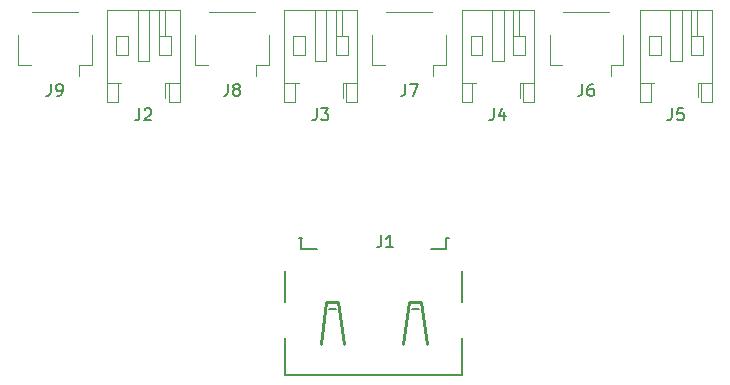
<source format=gbr>
%TF.GenerationSoftware,KiCad,Pcbnew,(6.0.5)*%
%TF.CreationDate,2022-06-06T17:11:40-06:00*%
%TF.ProjectId,21Pin_Fanout,32315069-6e5f-4466-916e-6f75742e6b69,rev?*%
%TF.SameCoordinates,Original*%
%TF.FileFunction,Legend,Top*%
%TF.FilePolarity,Positive*%
%FSLAX46Y46*%
G04 Gerber Fmt 4.6, Leading zero omitted, Abs format (unit mm)*
G04 Created by KiCad (PCBNEW (6.0.5)) date 2022-06-06 17:11:40*
%MOMM*%
%LPD*%
G01*
G04 APERTURE LIST*
%ADD10C,0.150000*%
%ADD11C,0.120000*%
%ADD12C,0.254000*%
%ADD13C,0.200000*%
G04 APERTURE END LIST*
D10*
%TO.C,J9*%
X-27333333Y16567619D02*
X-27333333Y15853333D01*
X-27380952Y15710476D01*
X-27476190Y15615238D01*
X-27619047Y15567619D01*
X-27714285Y15567619D01*
X-26809523Y15567619D02*
X-26619047Y15567619D01*
X-26523809Y15615238D01*
X-26476190Y15662857D01*
X-26380952Y15805714D01*
X-26333333Y15996190D01*
X-26333333Y16377142D01*
X-26380952Y16472380D01*
X-26428571Y16520000D01*
X-26523809Y16567619D01*
X-26714285Y16567619D01*
X-26809523Y16520000D01*
X-26857142Y16472380D01*
X-26904761Y16377142D01*
X-26904761Y16139047D01*
X-26857142Y16043809D01*
X-26809523Y15996190D01*
X-26714285Y15948571D01*
X-26523809Y15948571D01*
X-26428571Y15996190D01*
X-26380952Y16043809D01*
X-26333333Y16139047D01*
%TO.C,J2*%
X-19833333Y14497619D02*
X-19833333Y13783333D01*
X-19880952Y13640476D01*
X-19976190Y13545238D01*
X-20119047Y13497619D01*
X-20214285Y13497619D01*
X-19404761Y14402380D02*
X-19357142Y14450000D01*
X-19261904Y14497619D01*
X-19023809Y14497619D01*
X-18928571Y14450000D01*
X-18880952Y14402380D01*
X-18833333Y14307142D01*
X-18833333Y14211904D01*
X-18880952Y14069047D01*
X-19452380Y13497619D01*
X-18833333Y13497619D01*
%TO.C,J5*%
X25250666Y14506619D02*
X25250666Y13792333D01*
X25203047Y13649476D01*
X25107809Y13554238D01*
X24964952Y13506619D01*
X24869714Y13506619D01*
X26203047Y14506619D02*
X25726857Y14506619D01*
X25679238Y14030428D01*
X25726857Y14078047D01*
X25822095Y14125666D01*
X26060190Y14125666D01*
X26155428Y14078047D01*
X26203047Y14030428D01*
X26250666Y13935190D01*
X26250666Y13697095D01*
X26203047Y13601857D01*
X26155428Y13554238D01*
X26060190Y13506619D01*
X25822095Y13506619D01*
X25726857Y13554238D01*
X25679238Y13601857D01*
%TO.C,J4*%
X10166666Y14497619D02*
X10166666Y13783333D01*
X10119047Y13640476D01*
X10023809Y13545238D01*
X9880952Y13497619D01*
X9785714Y13497619D01*
X11071428Y14164285D02*
X11071428Y13497619D01*
X10833333Y14545238D02*
X10595238Y13830952D01*
X11214285Y13830952D01*
%TO.C,J6*%
X17666666Y16567619D02*
X17666666Y15853333D01*
X17619047Y15710476D01*
X17523809Y15615238D01*
X17380952Y15567619D01*
X17285714Y15567619D01*
X18571428Y16567619D02*
X18380952Y16567619D01*
X18285714Y16520000D01*
X18238095Y16472380D01*
X18142857Y16329523D01*
X18095238Y16139047D01*
X18095238Y15758095D01*
X18142857Y15662857D01*
X18190476Y15615238D01*
X18285714Y15567619D01*
X18476190Y15567619D01*
X18571428Y15615238D01*
X18619047Y15662857D01*
X18666666Y15758095D01*
X18666666Y15996190D01*
X18619047Y16091428D01*
X18571428Y16139047D01*
X18476190Y16186666D01*
X18285714Y16186666D01*
X18190476Y16139047D01*
X18142857Y16091428D01*
X18095238Y15996190D01*
%TO.C,J3*%
X-4833333Y14497619D02*
X-4833333Y13783333D01*
X-4880952Y13640476D01*
X-4976190Y13545238D01*
X-5119047Y13497619D01*
X-5214285Y13497619D01*
X-4452380Y14497619D02*
X-3833333Y14497619D01*
X-4166666Y14116666D01*
X-4023809Y14116666D01*
X-3928571Y14069047D01*
X-3880952Y14021428D01*
X-3833333Y13926190D01*
X-3833333Y13688095D01*
X-3880952Y13592857D01*
X-3928571Y13545238D01*
X-4023809Y13497619D01*
X-4309523Y13497619D01*
X-4404761Y13545238D01*
X-4452380Y13592857D01*
%TO.C,J8*%
X-12333333Y16567619D02*
X-12333333Y15853333D01*
X-12380952Y15710476D01*
X-12476190Y15615238D01*
X-12619047Y15567619D01*
X-12714285Y15567619D01*
X-11714285Y16139047D02*
X-11809523Y16186666D01*
X-11857142Y16234285D01*
X-11904761Y16329523D01*
X-11904761Y16377142D01*
X-11857142Y16472380D01*
X-11809523Y16520000D01*
X-11714285Y16567619D01*
X-11523809Y16567619D01*
X-11428571Y16520000D01*
X-11380952Y16472380D01*
X-11333333Y16377142D01*
X-11333333Y16329523D01*
X-11380952Y16234285D01*
X-11428571Y16186666D01*
X-11523809Y16139047D01*
X-11714285Y16139047D01*
X-11809523Y16091428D01*
X-11857142Y16043809D01*
X-11904761Y15948571D01*
X-11904761Y15758095D01*
X-11857142Y15662857D01*
X-11809523Y15615238D01*
X-11714285Y15567619D01*
X-11523809Y15567619D01*
X-11428571Y15615238D01*
X-11380952Y15662857D01*
X-11333333Y15758095D01*
X-11333333Y15948571D01*
X-11380952Y16043809D01*
X-11428571Y16091428D01*
X-11523809Y16139047D01*
%TO.C,J7*%
X2666666Y16567619D02*
X2666666Y15853333D01*
X2619047Y15710476D01*
X2523809Y15615238D01*
X2380952Y15567619D01*
X2285714Y15567619D01*
X3047619Y16567619D02*
X3714285Y16567619D01*
X3285714Y15567619D01*
%TO.C,J1*%
X621309Y3754619D02*
X621309Y3040333D01*
X573690Y2897476D01*
X478452Y2802238D01*
X335595Y2754619D01*
X240357Y2754619D01*
X1621309Y2754619D02*
X1049880Y2754619D01*
X1335595Y2754619D02*
X1335595Y3754619D01*
X1240357Y3611761D01*
X1145119Y3516523D01*
X1049880Y3468904D01*
D11*
%TO.C,J9*%
X-30110000Y20715000D02*
X-30110000Y18215000D01*
X-24940000Y18215000D02*
X-24940000Y17225000D01*
X-23890000Y18215000D02*
X-24940000Y18215000D01*
X-30110000Y18215000D02*
X-29060000Y18215000D01*
X-23890000Y20715000D02*
X-23890000Y18215000D01*
X-25060000Y22685000D02*
X-28940000Y22685000D01*
%TO.C,J2*%
X-17360000Y15040000D02*
X-16440000Y15040000D01*
X-20000000Y18500000D02*
X-20000000Y22860000D01*
X-21640000Y16640000D02*
X-21360000Y16640000D01*
X-17200000Y19000000D02*
X-17200000Y20600000D01*
X-22560000Y16640000D02*
X-21640000Y16640000D01*
X-17640000Y16640000D02*
X-17360000Y16640000D01*
X-19000000Y18500000D02*
X-20000000Y18500000D01*
X-18200000Y19000000D02*
X-17200000Y19000000D01*
X-16440000Y16640000D02*
X-17360000Y16640000D01*
X-17360000Y16640000D02*
X-17360000Y15040000D01*
X-18200000Y20600000D02*
X-18200000Y19000000D01*
X-16440000Y15040000D02*
X-16440000Y22860000D01*
X-20800000Y19000000D02*
X-21800000Y19000000D01*
X-21800000Y20600000D02*
X-20800000Y20600000D01*
X-17200000Y20600000D02*
X-18200000Y20600000D01*
X-17640000Y16640000D02*
X-17640000Y15425000D01*
X-17700000Y20600000D02*
X-17700000Y22860000D01*
X-21640000Y15040000D02*
X-21640000Y16640000D01*
X-22560000Y15040000D02*
X-21640000Y15040000D01*
X-21800000Y19000000D02*
X-21800000Y20600000D01*
X-16440000Y22860000D02*
X-22560000Y22860000D01*
X-18200000Y20600000D02*
X-18200000Y22860000D01*
X-19000000Y22860000D02*
X-19000000Y18500000D01*
X-20800000Y20600000D02*
X-20800000Y19000000D01*
X-22560000Y22860000D02*
X-22560000Y15040000D01*
%TO.C,J5*%
X27884000Y20609000D02*
X26884000Y20609000D01*
X22524000Y16649000D02*
X23444000Y16649000D01*
X22524000Y22869000D02*
X22524000Y15049000D01*
X27444000Y16649000D02*
X27724000Y16649000D01*
X27884000Y19009000D02*
X27884000Y20609000D01*
X24284000Y20609000D02*
X24284000Y19009000D01*
X23444000Y15049000D02*
X23444000Y16649000D01*
X26084000Y18509000D02*
X25084000Y18509000D01*
X22524000Y15049000D02*
X23444000Y15049000D01*
X26884000Y19009000D02*
X27884000Y19009000D01*
X23284000Y20609000D02*
X24284000Y20609000D01*
X27724000Y16649000D02*
X27724000Y15049000D01*
X27444000Y16649000D02*
X27444000Y15434000D01*
X26884000Y20609000D02*
X26884000Y19009000D01*
X23444000Y16649000D02*
X23724000Y16649000D01*
X24284000Y19009000D02*
X23284000Y19009000D01*
X28644000Y22869000D02*
X22524000Y22869000D01*
X28644000Y16649000D02*
X27724000Y16649000D01*
X25084000Y18509000D02*
X25084000Y22869000D01*
X28644000Y15049000D02*
X28644000Y22869000D01*
X26884000Y20609000D02*
X26884000Y22869000D01*
X27724000Y15049000D02*
X28644000Y15049000D01*
X26084000Y22869000D02*
X26084000Y18509000D01*
X27384000Y20609000D02*
X27384000Y22869000D01*
X23284000Y19009000D02*
X23284000Y20609000D01*
%TO.C,J4*%
X10000000Y18500000D02*
X10000000Y22860000D01*
X11800000Y20600000D02*
X11800000Y19000000D01*
X8360000Y16640000D02*
X8640000Y16640000D01*
X13560000Y15040000D02*
X13560000Y22860000D01*
X9200000Y19000000D02*
X8200000Y19000000D01*
X13560000Y22860000D02*
X7440000Y22860000D01*
X12300000Y20600000D02*
X12300000Y22860000D01*
X12360000Y16640000D02*
X12640000Y16640000D01*
X7440000Y16640000D02*
X8360000Y16640000D01*
X11800000Y19000000D02*
X12800000Y19000000D01*
X12800000Y19000000D02*
X12800000Y20600000D01*
X12800000Y20600000D02*
X11800000Y20600000D01*
X11000000Y18500000D02*
X10000000Y18500000D01*
X9200000Y20600000D02*
X9200000Y19000000D01*
X12360000Y16640000D02*
X12360000Y15425000D01*
X7440000Y22860000D02*
X7440000Y15040000D01*
X8200000Y19000000D02*
X8200000Y20600000D01*
X8200000Y20600000D02*
X9200000Y20600000D01*
X11000000Y22860000D02*
X11000000Y18500000D01*
X11800000Y20600000D02*
X11800000Y22860000D01*
X13560000Y16640000D02*
X12640000Y16640000D01*
X12640000Y16640000D02*
X12640000Y15040000D01*
X7440000Y15040000D02*
X8360000Y15040000D01*
X8360000Y15040000D02*
X8360000Y16640000D01*
X12640000Y15040000D02*
X13560000Y15040000D01*
%TO.C,J6*%
X19940000Y22685000D02*
X16060000Y22685000D01*
X21110000Y18215000D02*
X20060000Y18215000D01*
X20060000Y18215000D02*
X20060000Y17225000D01*
X14890000Y20715000D02*
X14890000Y18215000D01*
X21110000Y20715000D02*
X21110000Y18215000D01*
X14890000Y18215000D02*
X15940000Y18215000D01*
%TO.C,J3*%
X-7560000Y15040000D02*
X-6640000Y15040000D01*
X-2640000Y16640000D02*
X-2640000Y15425000D01*
X-2360000Y15040000D02*
X-1440000Y15040000D01*
X-4000000Y18500000D02*
X-5000000Y18500000D01*
X-6640000Y15040000D02*
X-6640000Y16640000D01*
X-6800000Y19000000D02*
X-6800000Y20600000D01*
X-4000000Y22860000D02*
X-4000000Y18500000D01*
X-1440000Y16640000D02*
X-2360000Y16640000D01*
X-7560000Y16640000D02*
X-6640000Y16640000D01*
X-3200000Y19000000D02*
X-2200000Y19000000D01*
X-2640000Y16640000D02*
X-2360000Y16640000D01*
X-3200000Y20600000D02*
X-3200000Y19000000D01*
X-2200000Y19000000D02*
X-2200000Y20600000D01*
X-3200000Y20600000D02*
X-3200000Y22860000D01*
X-6640000Y16640000D02*
X-6360000Y16640000D01*
X-7560000Y22860000D02*
X-7560000Y15040000D01*
X-1440000Y22860000D02*
X-7560000Y22860000D01*
X-1440000Y15040000D02*
X-1440000Y22860000D01*
X-5800000Y19000000D02*
X-6800000Y19000000D01*
X-5000000Y18500000D02*
X-5000000Y22860000D01*
X-6800000Y20600000D02*
X-5800000Y20600000D01*
X-2360000Y16640000D02*
X-2360000Y15040000D01*
X-5800000Y20600000D02*
X-5800000Y19000000D01*
X-2200000Y20600000D02*
X-3200000Y20600000D01*
X-2700000Y20600000D02*
X-2700000Y22860000D01*
%TO.C,J8*%
X-8890000Y18215000D02*
X-9940000Y18215000D01*
X-9940000Y18215000D02*
X-9940000Y17225000D01*
X-15110000Y18215000D02*
X-14060000Y18215000D01*
X-8890000Y20715000D02*
X-8890000Y18215000D01*
X-10060000Y22685000D02*
X-13940000Y22685000D01*
X-15110000Y20715000D02*
X-15110000Y18215000D01*
%TO.C,J7*%
X-110000Y18215000D02*
X940000Y18215000D01*
X6110000Y20715000D02*
X6110000Y18215000D01*
X6110000Y18215000D02*
X5060000Y18215000D01*
X5060000Y18215000D02*
X5060000Y17225000D01*
X-110000Y20715000D02*
X-110000Y18215000D01*
X4940000Y22685000D02*
X1060000Y22685000D01*
D12*
%TO.C,J1*%
X-4000000Y-1904000D02*
X-4500000Y-5404000D01*
X3000000Y-1904000D02*
X4000000Y-1904000D01*
D13*
X-7500000Y-8036000D02*
X7500000Y-8036000D01*
D12*
X-2500000Y-5404000D02*
X-3000000Y-1904000D01*
D13*
X6080000Y2575000D02*
X6145000Y2575000D01*
X-7500000Y-8036000D02*
X-7500000Y-4917000D01*
D12*
X2500000Y-5404000D02*
X3000000Y-1904000D01*
D13*
X-6120000Y3545000D02*
X-6120000Y2592000D01*
D12*
X-3000000Y-1904000D02*
X-4000000Y-1904000D01*
D13*
X3200000Y-2504000D02*
X3800000Y-2504000D01*
X6145000Y3563000D02*
X6352000Y3563000D01*
X7500000Y-8036000D02*
X7500000Y-4917000D01*
X-6120000Y2592000D02*
X-4837000Y2592000D01*
X-6107000Y3557000D02*
X-6107000Y3545000D01*
X-7500000Y-1875000D02*
X-7500000Y743000D01*
X6080000Y2565000D02*
X6080000Y2575000D01*
X-3200000Y-2504000D02*
X-3800000Y-2504000D01*
X4830000Y2565000D02*
X6080000Y2565000D01*
X-6350000Y3557000D02*
X-6107000Y3557000D01*
X7500000Y-1876000D02*
X7500000Y743000D01*
X-6107000Y3545000D02*
X-6120000Y3545000D01*
X6352000Y3563000D02*
X6352000Y3556000D01*
X6145000Y2575000D02*
X6145000Y3563000D01*
D12*
X4000000Y-1904000D02*
X4500000Y-5404000D01*
%TD*%
M02*

</source>
